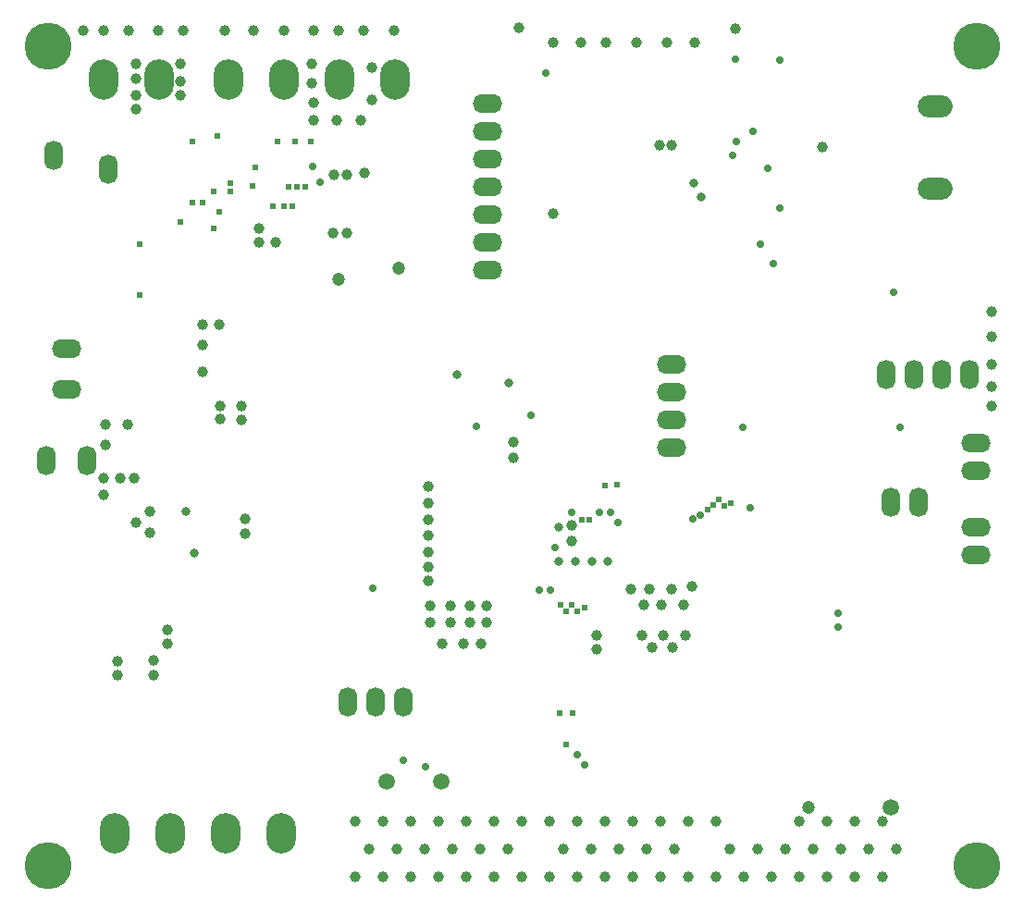
<source format=gbs>
G04*
G04 #@! TF.GenerationSoftware,Altium Limited,Altium Designer,23.0.1 (38)*
G04*
G04 Layer_Color=16711935*
%FSLAX44Y44*%
%MOMM*%
G71*
G04*
G04 #@! TF.SameCoordinates,6FF5410F-6566-4CAA-8283-5BB090145FDD*
G04*
G04*
G04 #@! TF.FilePolarity,Negative*
G04*
G01*
G75*
%ADD63C,1.2032*%
%ADD93C,1.0032*%
%ADD102C,1.5032*%
%ADD103O,2.7032X3.7032*%
%ADD104O,1.7032X2.7032*%
%ADD105O,2.7032X1.7032*%
%ADD106O,3.2032X2.0032*%
%ADD107C,0.7032*%
%ADD108C,0.6032*%
%ADD109C,0.8032*%
%ADD110C,4.3032*%
D63*
X721280Y78740D02*
D03*
X346456Y572008D02*
D03*
X290830Y561594D02*
D03*
D93*
X450850Y398780D02*
D03*
Y412750D02*
D03*
X134620Y228600D02*
D03*
X121920Y199390D02*
D03*
Y213360D02*
D03*
X88900Y199390D02*
D03*
Y212090D02*
D03*
X134620Y241300D02*
D03*
X76200Y364490D02*
D03*
Y379730D02*
D03*
X91440D02*
D03*
X104140D02*
D03*
X105410Y339090D02*
D03*
X118110Y349250D02*
D03*
Y330200D02*
D03*
X77470Y410210D02*
D03*
X97790Y429260D02*
D03*
X77470D02*
D03*
X166370Y501650D02*
D03*
Y477520D02*
D03*
X181610Y520700D02*
D03*
X166370D02*
D03*
X201930Y433070D02*
D03*
X182880Y434340D02*
D03*
X201930Y445770D02*
D03*
X182880D02*
D03*
X205740Y328930D02*
D03*
Y342900D02*
D03*
X373380Y285750D02*
D03*
Y298450D02*
D03*
Y312420D02*
D03*
Y327660D02*
D03*
Y341630D02*
D03*
Y356870D02*
D03*
Y372110D02*
D03*
X504190Y322580D02*
D03*
Y336550D02*
D03*
X421640Y228600D02*
D03*
X405130D02*
D03*
X386080D02*
D03*
X374650Y247650D02*
D03*
X393700D02*
D03*
X411480D02*
D03*
X426720D02*
D03*
Y262890D02*
D03*
X411480D02*
D03*
X393700D02*
D03*
X374650D02*
D03*
X607060Y264160D02*
D03*
X586740D02*
D03*
X570230D02*
D03*
X595630Y278130D02*
D03*
X575310D02*
D03*
X614680Y280670D02*
D03*
X558800Y278130D02*
D03*
X596900Y224790D02*
D03*
X577850D02*
D03*
X527050Y223520D02*
D03*
Y236220D02*
D03*
X608330D02*
D03*
X588010D02*
D03*
X568960D02*
D03*
X298450Y604520D02*
D03*
X285750D02*
D03*
X233680Y595630D02*
D03*
X218440D02*
D03*
Y608330D02*
D03*
X287020Y657860D02*
D03*
X298450D02*
D03*
X314960Y659130D02*
D03*
X889000Y445770D02*
D03*
Y463550D02*
D03*
Y483870D02*
D03*
Y509270D02*
D03*
Y532130D02*
D03*
X455930Y792480D02*
D03*
X654050Y791210D02*
D03*
X617220Y778510D02*
D03*
X591820D02*
D03*
X563880D02*
D03*
X535940D02*
D03*
X513080D02*
D03*
X487680D02*
D03*
X734060Y683260D02*
D03*
X788900Y65900D02*
D03*
X801600Y40500D02*
D03*
X788900Y15100D02*
D03*
X763500Y65900D02*
D03*
X776200Y40500D02*
D03*
X763500Y15100D02*
D03*
X738100Y65900D02*
D03*
X750800Y40500D02*
D03*
X738100Y15100D02*
D03*
X712700Y65900D02*
D03*
X725400Y40500D02*
D03*
X712700Y15100D02*
D03*
X700000Y40500D02*
D03*
X687300Y15100D02*
D03*
X674600Y40500D02*
D03*
X661900Y15100D02*
D03*
X636500Y65900D02*
D03*
X649200Y40500D02*
D03*
X636500Y15100D02*
D03*
X611100Y65900D02*
D03*
Y15100D02*
D03*
X585700Y65900D02*
D03*
X598400Y40500D02*
D03*
X585700Y15100D02*
D03*
X560300Y65900D02*
D03*
X573000Y40500D02*
D03*
X560300Y15100D02*
D03*
X534900Y65900D02*
D03*
X547600Y40500D02*
D03*
X534900Y15100D02*
D03*
X509500Y65900D02*
D03*
X522200Y40500D02*
D03*
X509500Y15100D02*
D03*
X484100Y65900D02*
D03*
X496800Y40500D02*
D03*
X484100Y15100D02*
D03*
X458700Y65900D02*
D03*
Y15100D02*
D03*
X433300Y65900D02*
D03*
X446000Y40500D02*
D03*
X433300Y15100D02*
D03*
X407900Y65900D02*
D03*
X420600Y40500D02*
D03*
X407900Y15100D02*
D03*
X382500Y65900D02*
D03*
X395200Y40500D02*
D03*
X382500Y15100D02*
D03*
X357100Y65900D02*
D03*
X369800Y40500D02*
D03*
X357100Y15100D02*
D03*
X331700Y65900D02*
D03*
X344400Y40500D02*
D03*
X331700Y15100D02*
D03*
X306300Y65900D02*
D03*
X319000Y40500D02*
D03*
X306300Y15100D02*
D03*
X321310Y726440D02*
D03*
Y755650D02*
D03*
X311150Y707390D02*
D03*
X289560D02*
D03*
X267970D02*
D03*
Y723900D02*
D03*
X266700Y741680D02*
D03*
Y759460D02*
D03*
X341630Y789940D02*
D03*
X313690D02*
D03*
X290830D02*
D03*
X267970D02*
D03*
X241300D02*
D03*
X213360D02*
D03*
X186690D02*
D03*
X148590D02*
D03*
X125730D02*
D03*
X99060D02*
D03*
X76200D02*
D03*
X57150D02*
D03*
X105410Y717550D02*
D03*
Y730250D02*
D03*
Y745490D02*
D03*
Y759460D02*
D03*
X146050Y730250D02*
D03*
Y742950D02*
D03*
Y759460D02*
D03*
X487172Y622046D02*
D03*
X595884Y684276D02*
D03*
X585216D02*
D03*
D102*
X796280Y78740D02*
D03*
X335000Y102500D02*
D03*
X385000D02*
D03*
D103*
X187500Y55000D02*
D03*
X85900D02*
D03*
X238300D02*
D03*
X136700D02*
D03*
X76200Y745000D02*
D03*
X127000D02*
D03*
X291600D02*
D03*
X240800D02*
D03*
X342400D02*
D03*
X190000D02*
D03*
D104*
X60680Y396240D02*
D03*
X23580D02*
D03*
X30010Y675440D02*
D03*
X80010Y662940D02*
D03*
X792480Y474472D02*
D03*
X817880D02*
D03*
X843280D02*
D03*
X868680D02*
D03*
X299720Y175260D02*
D03*
X325120D02*
D03*
X350520D02*
D03*
X822198Y357632D02*
D03*
X796798D02*
D03*
D105*
X42418Y498348D02*
D03*
Y461248D02*
D03*
X595630Y407924D02*
D03*
Y433324D02*
D03*
Y458724D02*
D03*
Y484124D02*
D03*
X427228Y722630D02*
D03*
Y570230D02*
D03*
Y595630D02*
D03*
Y621030D02*
D03*
Y646430D02*
D03*
Y671830D02*
D03*
Y697230D02*
D03*
X874268Y411992D02*
D03*
Y386592D02*
D03*
Y335280D02*
D03*
Y309880D02*
D03*
D106*
X837500Y645000D02*
D03*
Y720000D02*
D03*
D107*
X546354Y339090D02*
D03*
X622167Y346384D02*
D03*
X615188Y342392D02*
D03*
X651764Y675132D02*
D03*
X676910Y594360D02*
D03*
X694690Y627380D02*
D03*
X509778Y127000D02*
D03*
X516611Y117045D02*
D03*
X683580Y663514D02*
D03*
X667500Y352500D02*
D03*
X322072Y279400D02*
D03*
X274066Y650494D02*
D03*
X267208Y665226D02*
D03*
X804926Y426720D02*
D03*
X670560Y697484D02*
D03*
X798830Y549910D02*
D03*
X748284Y256059D02*
D03*
X489204Y316738D02*
D03*
X474726Y277622D02*
D03*
X466852Y437388D02*
D03*
X417576Y427482D02*
D03*
X481076Y751078D02*
D03*
X504698Y348742D02*
D03*
X529844D02*
D03*
X540004D02*
D03*
X350266Y121666D02*
D03*
X370332Y115824D02*
D03*
X485140Y277622D02*
D03*
X748284Y243358D02*
D03*
X660654Y426720D02*
D03*
X689356Y576072D02*
D03*
X694690Y762508D02*
D03*
X654304Y763524D02*
D03*
X655066Y687832D02*
D03*
D108*
X650206Y356680D02*
D03*
X644398Y354838D02*
D03*
X639064Y360426D02*
D03*
X633971Y355245D02*
D03*
X628650Y351282D02*
D03*
X265430Y688340D02*
D03*
X251460D02*
D03*
X234950D02*
D03*
X157480D02*
D03*
X180340Y693420D02*
D03*
X109220Y547370D02*
D03*
Y594360D02*
D03*
X176530Y608330D02*
D03*
X181610Y623570D02*
D03*
X146050Y614680D02*
D03*
X260350Y646430D02*
D03*
X252730D02*
D03*
X214630Y664210D02*
D03*
X166260Y632530D02*
D03*
X245110Y646430D02*
D03*
X248920Y628650D02*
D03*
X241300D02*
D03*
X231140D02*
D03*
X212090Y647700D02*
D03*
X157480Y632460D02*
D03*
X176530Y642620D02*
D03*
X191770Y650240D02*
D03*
Y642620D02*
D03*
X516636Y261112D02*
D03*
X545592Y373634D02*
D03*
X534924Y373126D02*
D03*
X520700Y342138D02*
D03*
X513588D02*
D03*
X493776Y165100D02*
D03*
X499110Y136144D02*
D03*
X504952Y164846D02*
D03*
X509778Y257556D02*
D03*
X504698Y263652D02*
D03*
X499364Y258064D02*
D03*
X494538Y263906D02*
D03*
D109*
X537210Y303530D02*
D03*
X523240D02*
D03*
X492500Y335000D02*
D03*
X508000Y303530D02*
D03*
X492760D02*
D03*
X158750Y311010D02*
D03*
X446532Y466852D02*
D03*
X151384Y349110D02*
D03*
X399542Y474726D02*
D03*
X615950Y649590D02*
D03*
X623062Y636890D02*
D03*
D110*
X25000Y775000D02*
D03*
Y25000D02*
D03*
X875000Y775000D02*
D03*
Y25000D02*
D03*
M02*

</source>
